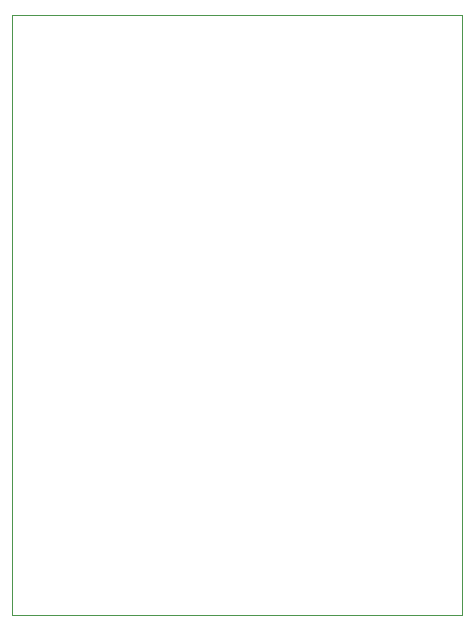
<source format=gbr>
%TF.GenerationSoftware,KiCad,Pcbnew,(6.0.1-0)*%
%TF.CreationDate,2024-04-12T07:51:12-04:00*%
%TF.ProjectId,Supertime External Trigger,53757065-7274-4696-9d65-204578746572,rev?*%
%TF.SameCoordinates,Original*%
%TF.FileFunction,Profile,NP*%
%FSLAX46Y46*%
G04 Gerber Fmt 4.6, Leading zero omitted, Abs format (unit mm)*
G04 Created by KiCad (PCBNEW (6.0.1-0)) date 2024-04-12 07:51:12*
%MOMM*%
%LPD*%
G01*
G04 APERTURE LIST*
%TA.AperFunction,Profile*%
%ADD10C,0.100000*%
%TD*%
G04 APERTURE END LIST*
D10*
X129540000Y-57150000D02*
X167640000Y-57150000D01*
X167640000Y-57150000D02*
X167640000Y-107950000D01*
X167640000Y-107950000D02*
X129540000Y-107950000D01*
X129540000Y-107950000D02*
X129540000Y-57150000D01*
M02*

</source>
